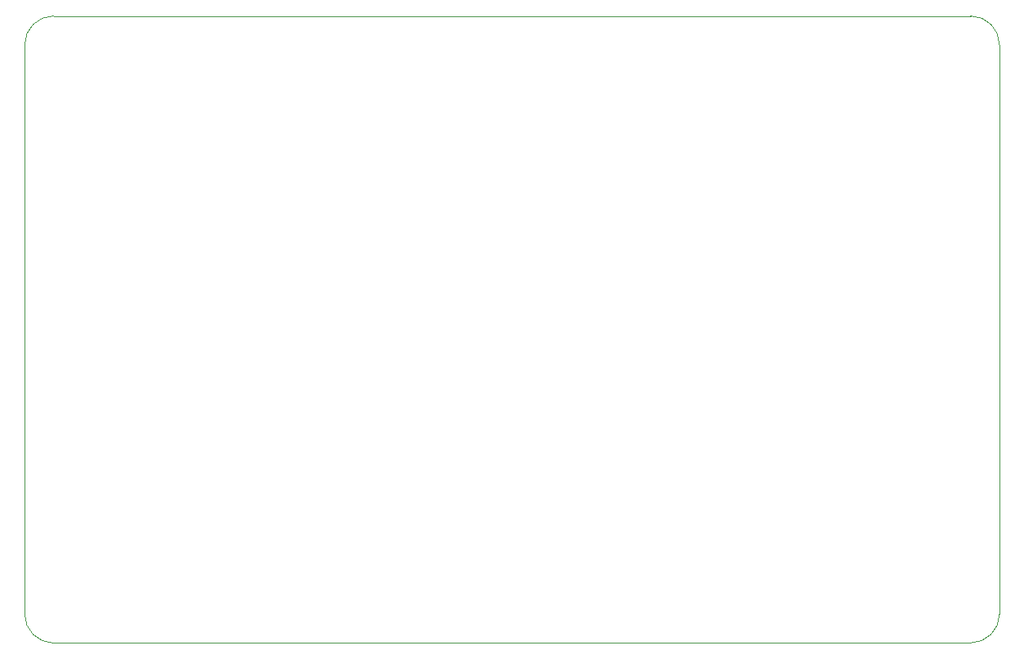
<source format=gbr>
%TF.GenerationSoftware,KiCad,Pcbnew,8.0.5*%
%TF.CreationDate,2025-05-11T20:57:56-04:00*%
%TF.ProjectId,Var_Volt_Conv,5661725f-566f-46c7-945f-436f6e762e6b,rev?*%
%TF.SameCoordinates,Original*%
%TF.FileFunction,Profile,NP*%
%FSLAX46Y46*%
G04 Gerber Fmt 4.6, Leading zero omitted, Abs format (unit mm)*
G04 Created by KiCad (PCBNEW 8.0.5) date 2025-05-11 20:57:56*
%MOMM*%
%LPD*%
G01*
G04 APERTURE LIST*
%TA.AperFunction,Profile*%
%ADD10C,0.050000*%
%TD*%
G04 APERTURE END LIST*
D10*
X98987500Y-70090000D02*
G75*
G02*
X101987500Y-67090000I3000000J0D01*
G01*
X199987500Y-129090000D02*
G75*
G02*
X196987500Y-132090000I-3000000J0D01*
G01*
X196987500Y-132090000D02*
X101987351Y-132111244D01*
X101987351Y-132111244D02*
G75*
G02*
X98987480Y-129090000I21449J3021244D01*
G01*
X196987500Y-67090000D02*
G75*
G02*
X199987500Y-70090000I0J-3000000D01*
G01*
X98987500Y-129090000D02*
X98987500Y-70090000D01*
X101987500Y-67090000D02*
X196987500Y-67090000D01*
X199987500Y-70090000D02*
X199987500Y-129090000D01*
M02*

</source>
